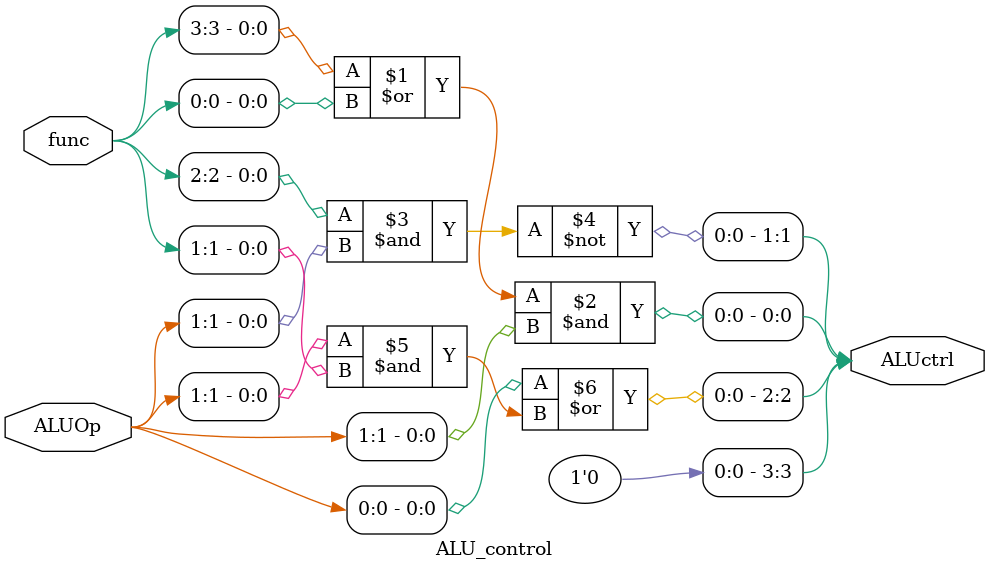
<source format=v>

module ALU_control(
    ALUOp,
    func,
    ALUctrl
);

//==== in/out declaration =================================
    input    [1:0] ALUOp;
    input    [5:0] func;
    output   [3:0] ALUctrl;

//==== combinational part =================================
    assign ALUctrl[3] = 1'b0;
    assign ALUctrl[0] = (func[3] | func[0]) & ALUOp[1];
    assign ALUctrl[1] = ~(func[2] & ALUOp[1]);
    assign ALUctrl[2] = ALUOp[0] | (ALUOp[1] & func[1]);

endmodule

</source>
